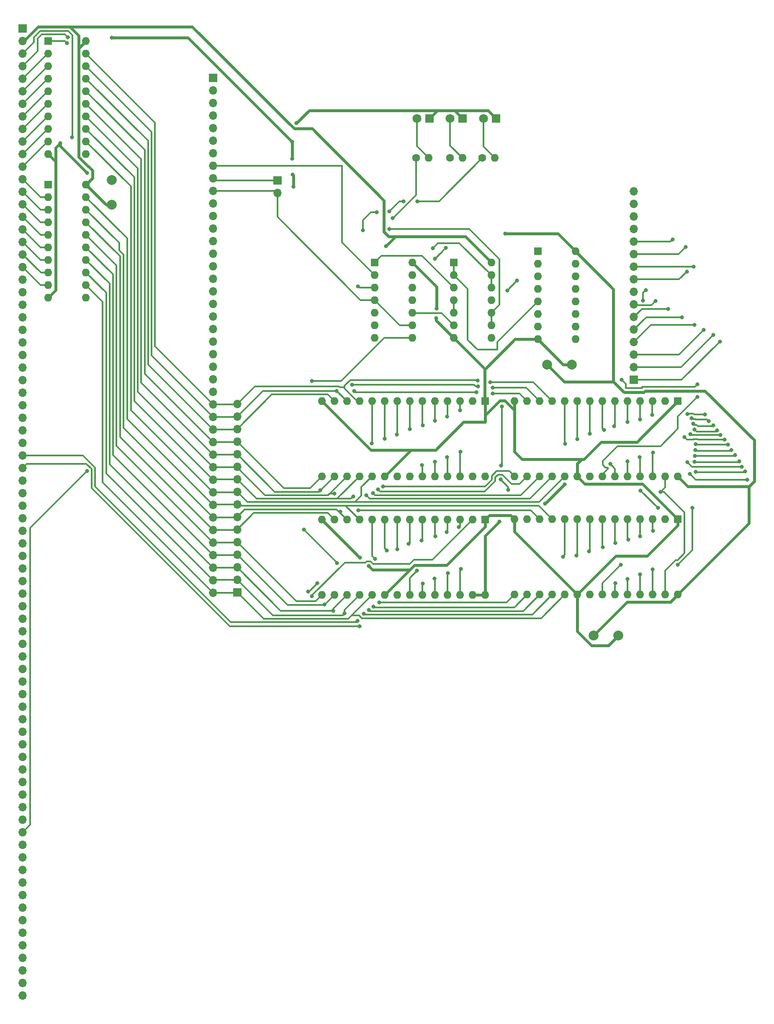
<source format=gbr>
%TF.GenerationSoftware,KiCad,Pcbnew,6.0.1-79c1e3a40b~116~ubuntu21.10.1*%
%TF.CreationDate,2022-02-14T17:27:14+01:00*%
%TF.ProjectId,memory,6d656d6f-7279-42e6-9b69-6361645f7063,v.1*%
%TF.SameCoordinates,Original*%
%TF.FileFunction,Copper,L1,Top*%
%TF.FilePolarity,Positive*%
%FSLAX46Y46*%
G04 Gerber Fmt 4.6, Leading zero omitted, Abs format (unit mm)*
G04 Created by KiCad (PCBNEW 6.0.1-79c1e3a40b~116~ubuntu21.10.1) date 2022-02-14 17:27:14*
%MOMM*%
%LPD*%
G01*
G04 APERTURE LIST*
%TA.AperFunction,ComponentPad*%
%ADD10R,1.600000X1.600000*%
%TD*%
%TA.AperFunction,ComponentPad*%
%ADD11O,1.600000X1.600000*%
%TD*%
%TA.AperFunction,ComponentPad*%
%ADD12C,1.600000*%
%TD*%
%TA.AperFunction,ComponentPad*%
%ADD13R,1.800000X1.800000*%
%TD*%
%TA.AperFunction,ComponentPad*%
%ADD14C,1.800000*%
%TD*%
%TA.AperFunction,ComponentPad*%
%ADD15R,1.700000X1.700000*%
%TD*%
%TA.AperFunction,ComponentPad*%
%ADD16O,1.700000X1.700000*%
%TD*%
%TA.AperFunction,ComponentPad*%
%ADD17C,2.000000*%
%TD*%
%TA.AperFunction,ViaPad*%
%ADD18C,0.800000*%
%TD*%
%TA.AperFunction,Conductor*%
%ADD19C,0.600000*%
%TD*%
%TA.AperFunction,Conductor*%
%ADD20C,0.300000*%
%TD*%
%TA.AperFunction,Conductor*%
%ADD21C,0.250000*%
%TD*%
G04 APERTURE END LIST*
D10*
%TO.P,U9,1,A14*%
%TO.N,GND*%
X118525000Y-95375000D03*
D11*
%TO.P,U9,2,A12*%
%TO.N,/Addr12*%
X115985000Y-95375000D03*
%TO.P,U9,3,A7*%
%TO.N,/Addr7*%
X113445000Y-95375000D03*
%TO.P,U9,4,A6*%
%TO.N,/Addr6*%
X110905000Y-95375000D03*
%TO.P,U9,5,A5*%
%TO.N,/Addr5*%
X108365000Y-95375000D03*
%TO.P,U9,6,A4*%
%TO.N,/Addr4*%
X105825000Y-95375000D03*
%TO.P,U9,7,A3*%
%TO.N,/Addr3*%
X103285000Y-95375000D03*
%TO.P,U9,8,A2*%
%TO.N,/Addr2*%
X100745000Y-95375000D03*
%TO.P,U9,9,A1*%
%TO.N,/Addr1*%
X98205000Y-95375000D03*
%TO.P,U9,10,A0*%
%TO.N,/Addr0*%
X95665000Y-95375000D03*
%TO.P,U9,11,D0*%
%TO.N,/Data0*%
X93125000Y-95375000D03*
%TO.P,U9,12,D1*%
%TO.N,/Data1*%
X90585000Y-95375000D03*
%TO.P,U9,13,D2*%
%TO.N,/Data2*%
X88045000Y-95375000D03*
%TO.P,U9,14,GND*%
%TO.N,GND*%
X85505000Y-95375000D03*
%TO.P,U9,15,D3*%
%TO.N,/Data3*%
X85505000Y-110615000D03*
%TO.P,U9,16,D4*%
%TO.N,/Data4*%
X88045000Y-110615000D03*
%TO.P,U9,17,D5*%
%TO.N,/Data5*%
X90585000Y-110615000D03*
%TO.P,U9,18,D6*%
%TO.N,/Data6*%
X93125000Y-110615000D03*
%TO.P,U9,19,D7*%
%TO.N,/Data7*%
X95665000Y-110615000D03*
%TO.P,U9,20,~{CS}*%
%TO.N,GND*%
X98205000Y-110615000D03*
%TO.P,U9,21,A10*%
%TO.N,/Addr10*%
X100745000Y-110615000D03*
%TO.P,U9,22,~{OE}*%
%TO.N,/RE_ROM*%
X103285000Y-110615000D03*
%TO.P,U9,23,A11*%
%TO.N,/Addr11*%
X105825000Y-110615000D03*
%TO.P,U9,24,A9*%
%TO.N,/Addr9*%
X108365000Y-110615000D03*
%TO.P,U9,25,A8*%
%TO.N,/Addr8*%
X110905000Y-110615000D03*
%TO.P,U9,26,A13*%
%TO.N,/Addr13*%
X113445000Y-110615000D03*
%TO.P,U9,27,~{WE}*%
%TO.N,+5V*%
X115985000Y-110615000D03*
%TO.P,U9,28,VCC*%
X118525000Y-110615000D03*
%TD*%
D10*
%TO.P,U10,1,A14*%
%TO.N,GND*%
X157525000Y-95375000D03*
D11*
%TO.P,U10,2,A12*%
%TO.N,/Addr12*%
X154985000Y-95375000D03*
%TO.P,U10,3,A7*%
%TO.N,/Addr7*%
X152445000Y-95375000D03*
%TO.P,U10,4,A6*%
%TO.N,/Addr6*%
X149905000Y-95375000D03*
%TO.P,U10,5,A5*%
%TO.N,/Addr5*%
X147365000Y-95375000D03*
%TO.P,U10,6,A4*%
%TO.N,/Addr4*%
X144825000Y-95375000D03*
%TO.P,U10,7,A3*%
%TO.N,/Addr3*%
X142285000Y-95375000D03*
%TO.P,U10,8,A2*%
%TO.N,/Addr2*%
X139745000Y-95375000D03*
%TO.P,U10,9,A1*%
%TO.N,/Addr1*%
X137205000Y-95375000D03*
%TO.P,U10,10,A0*%
%TO.N,/Addr0*%
X134665000Y-95375000D03*
%TO.P,U10,11,DQ0*%
%TO.N,/Data0*%
X132125000Y-95375000D03*
%TO.P,U10,12,DQ1*%
%TO.N,/Data1*%
X129585000Y-95375000D03*
%TO.P,U10,13,DQ2*%
%TO.N,/Data2*%
X127045000Y-95375000D03*
%TO.P,U10,14,Vss*%
%TO.N,GND*%
X124505000Y-95375000D03*
%TO.P,U10,15,DQ3*%
%TO.N,/Data3*%
X124505000Y-110615000D03*
%TO.P,U10,16,DQ4*%
%TO.N,/Data4*%
X127045000Y-110615000D03*
%TO.P,U10,17,DQ5*%
%TO.N,/Data5*%
X129585000Y-110615000D03*
%TO.P,U10,18,DQ6*%
%TO.N,/Data6*%
X132125000Y-110615000D03*
%TO.P,U10,19,DQ7*%
%TO.N,/Data7*%
X134665000Y-110615000D03*
%TO.P,U10,20,~{CE}*%
%TO.N,GND*%
X137205000Y-110615000D03*
%TO.P,U10,21,A10*%
%TO.N,/Addr10*%
X139745000Y-110615000D03*
%TO.P,U10,22,~{OE}*%
%TO.N,/RE_RAM*%
X142285000Y-110615000D03*
%TO.P,U10,23,A11*%
%TO.N,/Addr11*%
X144825000Y-110615000D03*
%TO.P,U10,24,A9*%
%TO.N,/Addr9*%
X147365000Y-110615000D03*
%TO.P,U10,25,A8*%
%TO.N,/Addr8*%
X149905000Y-110615000D03*
%TO.P,U10,26,A13*%
%TO.N,/Addr13*%
X152445000Y-110615000D03*
%TO.P,U10,27,~{WE}*%
%TO.N,/WE_RAM*%
X154985000Y-110615000D03*
%TO.P,U10,28,Vcc*%
%TO.N,+5V*%
X157525000Y-110615000D03*
%TD*%
D12*
%TO.P,R2,1*%
%TO.N,/RE_ROM*%
X111400000Y-46200000D03*
D11*
%TO.P,R2,2*%
%TO.N,Net-(D2-Pad2)*%
X113940000Y-46200000D03*
%TD*%
D10*
%TO.P,U3,1,E*%
%TO.N,Net-(U1-Pad11)*%
X129200000Y-65100000D03*
D11*
%TO.P,U3,2,A0*%
%TO.N,/Addr1*%
X129200000Y-67640000D03*
%TO.P,U3,3,A1*%
%TO.N,/Addr0*%
X129200000Y-70180000D03*
%TO.P,U3,4,O0*%
%TO.N,Net-(U1-Pad4)*%
X129200000Y-72720000D03*
%TO.P,U3,5,O1*%
%TO.N,Net-(U1-Pad1)*%
X129200000Y-75260000D03*
%TO.P,U3,6,O2*%
%TO.N,unconnected-(U3-Pad6)*%
X129200000Y-77800000D03*
%TO.P,U3,7,O3*%
%TO.N,unconnected-(U3-Pad7)*%
X129200000Y-80340000D03*
%TO.P,U3,8,GND*%
%TO.N,GND*%
X129200000Y-82880000D03*
%TO.P,U3,9*%
%TO.N,N/C*%
X136820000Y-82880000D03*
%TO.P,U3,10*%
X136820000Y-80340000D03*
%TO.P,U3,11*%
X136820000Y-77800000D03*
%TO.P,U3,12*%
X136820000Y-75260000D03*
%TO.P,U3,13*%
X136820000Y-72720000D03*
%TO.P,U3,14*%
X136820000Y-70180000D03*
%TO.P,U3,15*%
X136820000Y-67640000D03*
%TO.P,U3,16,VCC*%
%TO.N,+5V*%
X136820000Y-65100000D03*
%TD*%
D13*
%TO.P,D1,1,K*%
%TO.N,GND*%
X107275000Y-38200000D03*
D14*
%TO.P,D1,2,A*%
%TO.N,Net-(D1-Pad2)*%
X104735000Y-38200000D03*
%TD*%
D12*
%TO.P,R1,1*%
%TO.N,Net-(U2-Pad11)*%
X104600000Y-46200000D03*
D11*
%TO.P,R1,2*%
%TO.N,Net-(D1-Pad2)*%
X107140000Y-46200000D03*
%TD*%
D13*
%TO.P,D3,1,K*%
%TO.N,GND*%
X120750000Y-38200000D03*
D14*
%TO.P,D3,2,A*%
%TO.N,Net-(D3-Pad2)*%
X118210000Y-38200000D03*
%TD*%
D15*
%TO.P,J4,1,Pin_1*%
%TO.N,/Data15*%
X68400000Y-134050000D03*
D16*
%TO.P,J4,2,Pin_2*%
%TO.N,/Data14*%
X68400000Y-131510000D03*
%TO.P,J4,3,Pin_3*%
%TO.N,/Data13*%
X68400000Y-128970000D03*
%TO.P,J4,4,Pin_4*%
%TO.N,/Data12*%
X68400000Y-126430000D03*
%TO.P,J4,5,Pin_5*%
%TO.N,/Data11*%
X68400000Y-123890000D03*
%TO.P,J4,6,Pin_6*%
%TO.N,/Data10*%
X68400000Y-121350000D03*
%TO.P,J4,7,Pin_7*%
%TO.N,/Data9*%
X68400000Y-118810000D03*
%TO.P,J4,8,Pin_8*%
%TO.N,/Data8*%
X68400000Y-116270000D03*
%TO.P,J4,9,Pin_9*%
%TO.N,/Data7*%
X68400000Y-113730000D03*
%TO.P,J4,10,Pin_10*%
%TO.N,/Data6*%
X68400000Y-111190000D03*
%TO.P,J4,11,Pin_11*%
%TO.N,/Data5*%
X68400000Y-108650000D03*
%TO.P,J4,12,Pin_12*%
%TO.N,/Data4*%
X68400000Y-106110000D03*
%TO.P,J4,13,Pin_13*%
%TO.N,/Data3*%
X68400000Y-103570000D03*
%TO.P,J4,14,Pin_14*%
%TO.N,/Data2*%
X68400000Y-101030000D03*
%TO.P,J4,15,Pin_15*%
%TO.N,/Data1*%
X68400000Y-98490000D03*
%TO.P,J4,16,Pin_16*%
%TO.N,/Data0*%
X68400000Y-95950000D03*
%TD*%
D12*
%TO.P,R3,1*%
%TO.N,/RE_RAM*%
X118000000Y-46200000D03*
D11*
%TO.P,R3,2*%
%TO.N,Net-(D3-Pad2)*%
X120540000Y-46200000D03*
%TD*%
D13*
%TO.P,D2,1,K*%
%TO.N,GND*%
X114000000Y-38200000D03*
D14*
%TO.P,D2,2,A*%
%TO.N,Net-(D2-Pad2)*%
X111460000Y-38200000D03*
%TD*%
D17*
%TO.P,C1,1*%
%TO.N,+5V*%
X43000000Y-55700000D03*
%TO.P,C1,2*%
%TO.N,GND*%
X43000000Y-50700000D03*
%TD*%
D15*
%TO.P,J3,1,Pin_1*%
%TO.N,/Addr0*%
X148620000Y-91090000D03*
D16*
%TO.P,J3,2,Pin_2*%
%TO.N,/Addr1*%
X148620000Y-88550000D03*
%TO.P,J3,3,Pin_3*%
%TO.N,/Addr2*%
X148620000Y-86010000D03*
%TO.P,J3,4,Pin_4*%
%TO.N,/Addr3*%
X148620000Y-83470000D03*
%TO.P,J3,5,Pin_5*%
%TO.N,/Addr4*%
X148620000Y-80930000D03*
%TO.P,J3,6,Pin_6*%
%TO.N,/Addr5*%
X148620000Y-78390000D03*
%TO.P,J3,7,Pin_7*%
%TO.N,/Addr6*%
X148620000Y-75850000D03*
%TO.P,J3,8,Pin_8*%
%TO.N,/Addr7*%
X148620000Y-73310000D03*
%TO.P,J3,9,Pin_9*%
%TO.N,/Addr8*%
X148620000Y-70770000D03*
%TO.P,J3,10,Pin_10*%
%TO.N,/Addr9*%
X148620000Y-68230000D03*
%TO.P,J3,11,Pin_11*%
%TO.N,/Addr10*%
X148620000Y-65690000D03*
%TO.P,J3,12,Pin_12*%
%TO.N,/Addr11*%
X148620000Y-63150000D03*
%TO.P,J3,13,Pin_13*%
%TO.N,/Addr12*%
X148620000Y-60610000D03*
%TO.P,J3,14,Pin_14*%
%TO.N,/Addr13*%
X148620000Y-58070000D03*
%TO.P,J3,15,Pin_15*%
%TO.N,/Addr14*%
X148620000Y-55530000D03*
%TO.P,J3,16,Pin_16*%
%TO.N,/Addr15*%
X148620000Y-52990000D03*
%TD*%
D10*
%TO.P,U2,1*%
%TO.N,Net-(U1-Pad3)*%
X96200000Y-67375000D03*
D11*
%TO.P,U2,2*%
%TO.N,/WE_F*%
X96200000Y-69915000D03*
%TO.P,U2,3*%
%TO.N,/WE_RAM*%
X96200000Y-72455000D03*
%TO.P,U2,4*%
%TO.N,/RE*%
X96200000Y-74995000D03*
%TO.P,U2,5*%
%TO.N,Net-(U1-Pad3)*%
X96200000Y-77535000D03*
%TO.P,U2,6*%
%TO.N,/RE_RAM*%
X96200000Y-80075000D03*
%TO.P,U2,7,GND*%
%TO.N,+5V*%
X96200000Y-82615000D03*
%TO.P,U2,8*%
%TO.N,/RE_ROM*%
X103820000Y-82615000D03*
%TO.P,U2,9*%
%TO.N,/RE*%
X103820000Y-80075000D03*
%TO.P,U2,10*%
%TO.N,Net-(U1-Pad6)*%
X103820000Y-77535000D03*
%TO.P,U2,11*%
%TO.N,Net-(U2-Pad11)*%
X103820000Y-74995000D03*
%TO.P,U2,12*%
%TO.N,Net-(U1-Pad3)*%
X103820000Y-72455000D03*
%TO.P,U2,13*%
%TO.N,/WE*%
X103820000Y-69915000D03*
%TO.P,U2,14,VCC*%
%TO.N,GND*%
X103820000Y-67375000D03*
%TD*%
D10*
%TO.P,U12,1,A14*%
%TO.N,GND*%
X157525000Y-119275000D03*
D11*
%TO.P,U12,2,A12*%
%TO.N,/Addr12*%
X154985000Y-119275000D03*
%TO.P,U12,3,A7*%
%TO.N,/Addr7*%
X152445000Y-119275000D03*
%TO.P,U12,4,A6*%
%TO.N,/Addr6*%
X149905000Y-119275000D03*
%TO.P,U12,5,A5*%
%TO.N,/Addr5*%
X147365000Y-119275000D03*
%TO.P,U12,6,A4*%
%TO.N,/Addr4*%
X144825000Y-119275000D03*
%TO.P,U12,7,A3*%
%TO.N,/Addr3*%
X142285000Y-119275000D03*
%TO.P,U12,8,A2*%
%TO.N,/Addr2*%
X139745000Y-119275000D03*
%TO.P,U12,9,A1*%
%TO.N,/Addr1*%
X137205000Y-119275000D03*
%TO.P,U12,10,A0*%
%TO.N,/Addr0*%
X134665000Y-119275000D03*
%TO.P,U12,11,DQ0*%
%TO.N,/Data8*%
X132125000Y-119275000D03*
%TO.P,U12,12,DQ1*%
%TO.N,/Data9*%
X129585000Y-119275000D03*
%TO.P,U12,13,DQ2*%
%TO.N,/Data10*%
X127045000Y-119275000D03*
%TO.P,U12,14,Vss*%
%TO.N,GND*%
X124505000Y-119275000D03*
%TO.P,U12,15,DQ3*%
%TO.N,/Data11*%
X124505000Y-134515000D03*
%TO.P,U12,16,DQ4*%
%TO.N,/Data12*%
X127045000Y-134515000D03*
%TO.P,U12,17,DQ5*%
%TO.N,/Data13*%
X129585000Y-134515000D03*
%TO.P,U12,18,DQ6*%
%TO.N,/Data14*%
X132125000Y-134515000D03*
%TO.P,U12,19,DQ7*%
%TO.N,/Data15*%
X134665000Y-134515000D03*
%TO.P,U12,20,~{CE}*%
%TO.N,GND*%
X137205000Y-134515000D03*
%TO.P,U12,21,A10*%
%TO.N,/Addr10*%
X139745000Y-134515000D03*
%TO.P,U12,22,~{OE}*%
%TO.N,/RE_RAM*%
X142285000Y-134515000D03*
%TO.P,U12,23,A11*%
%TO.N,/Addr11*%
X144825000Y-134515000D03*
%TO.P,U12,24,A9*%
%TO.N,/Addr9*%
X147365000Y-134515000D03*
%TO.P,U12,25,A8*%
%TO.N,/Addr8*%
X149905000Y-134515000D03*
%TO.P,U12,26,A13*%
%TO.N,/Addr13*%
X152445000Y-134515000D03*
%TO.P,U12,27,~{WE}*%
%TO.N,/WE_RAM*%
X154985000Y-134515000D03*
%TO.P,U12,28,Vcc*%
%TO.N,+5V*%
X157525000Y-134515000D03*
%TD*%
D15*
%TO.P,J2,1,Pin_1*%
%TO.N,/WE*%
X76530000Y-50770000D03*
D16*
%TO.P,J2,2,Pin_2*%
%TO.N,/RE*%
X76530000Y-53310000D03*
%TD*%
D17*
%TO.P,C2,1*%
%TO.N,+5V*%
X140500000Y-142800000D03*
%TO.P,C2,2*%
%TO.N,GND*%
X145500000Y-142800000D03*
%TD*%
%TO.P,C3,1*%
%TO.N,+5V*%
X131100000Y-88000000D03*
%TO.P,C3,2*%
%TO.N,GND*%
X136100000Y-88000000D03*
%TD*%
D15*
%TO.P,J1,1,GND*%
%TO.N,GND*%
X25000000Y-20000000D03*
D16*
%TO.P,J1,2,Vcc*%
%TO.N,+5V*%
X25000000Y-22540000D03*
%TO.P,J1,3,CLK_R*%
%TO.N,/CLK_R*%
X25000000Y-25080000D03*
%TO.P,J1,4,CLK_F*%
%TO.N,unconnected-(J1-Pad4)*%
X25000000Y-27620000D03*
%TO.P,J1,5,BUS1:0*%
%TO.N,/Bus_D0*%
X25000000Y-30160000D03*
%TO.P,J1,6,BUS1:1*%
%TO.N,/Bus_D1*%
X25000000Y-32700000D03*
%TO.P,J1,7,BUS1:2*%
%TO.N,/Bus_D2*%
X25000000Y-35240000D03*
%TO.P,J1,8,BUS1:3*%
%TO.N,/Bus_D3*%
X25000000Y-37780000D03*
%TO.P,J1,9,BUS1:4*%
%TO.N,/Bus_D4*%
X25000000Y-40320000D03*
%TO.P,J1,10,BUS1:5*%
%TO.N,/Bus_D5*%
X25000000Y-42860000D03*
%TO.P,J1,11,BUS1:6*%
%TO.N,/Bus_D6*%
X25000000Y-45400000D03*
%TO.P,J1,12,BUS1:7*%
%TO.N,/Bus_D7*%
X25000000Y-47940000D03*
%TO.P,J1,13,BUS1:8*%
%TO.N,/Bus_D8*%
X25000000Y-50480000D03*
%TO.P,J1,14,BUS1:9*%
%TO.N,/Bus_D9*%
X25000000Y-53020000D03*
%TO.P,J1,15,BUS1:A*%
%TO.N,/Bus_D10*%
X25000000Y-55560000D03*
%TO.P,J1,16,BUS1:B*%
%TO.N,/Bus_D11*%
X25000000Y-58100000D03*
%TO.P,J1,17,BUS1:C*%
%TO.N,/Bus_D12*%
X25000000Y-60640000D03*
%TO.P,J1,18,BUS1:D*%
%TO.N,/Bus_D13*%
X25000000Y-63180000D03*
%TO.P,J1,19,BUS1:E*%
%TO.N,/Bus_D14*%
X25000000Y-65720000D03*
%TO.P,J1,20,BUS1:F*%
%TO.N,/Bus_D15*%
X25000000Y-68260000D03*
%TO.P,J1,21,BUS2:0*%
%TO.N,/Addr0*%
X25000000Y-70800000D03*
%TO.P,J1,22,BUS2:1*%
%TO.N,/Addr1*%
X25000000Y-73340000D03*
%TO.P,J1,23,BUS2:2*%
%TO.N,/Addr2*%
X25000000Y-75880000D03*
%TO.P,J1,24,BUS2:3*%
%TO.N,/Addr3*%
X25000000Y-78420000D03*
%TO.P,J1,25,BUS2:4*%
%TO.N,/Addr4*%
X25000000Y-80960000D03*
%TO.P,J1,26,BUS2:5*%
%TO.N,/Addr5*%
X25000000Y-83500000D03*
%TO.P,J1,27,BUS2:6*%
%TO.N,/Addr6*%
X25000000Y-86040000D03*
%TO.P,J1,28,BUS2:7*%
%TO.N,/Addr7*%
X25000000Y-88580000D03*
%TO.P,J1,29,BUS2:8*%
%TO.N,/Addr8*%
X25000000Y-91120000D03*
%TO.P,J1,30,BUS2:9*%
%TO.N,/Addr9*%
X25000000Y-93660000D03*
%TO.P,J1,31,BUS2:A*%
%TO.N,/Addr10*%
X25000000Y-96200000D03*
%TO.P,J1,32,BUS2:B*%
%TO.N,/Addr11*%
X25000000Y-98740000D03*
%TO.P,J1,33,BUS2:C*%
%TO.N,/Addr12*%
X25000000Y-101280000D03*
%TO.P,J1,34,BUS2:D*%
%TO.N,/Addr13*%
X25000000Y-103820000D03*
%TO.P,J1,35,BUS2:E*%
%TO.N,/Addr14*%
X25000000Y-106360000D03*
%TO.P,J1,36,BUS2:F*%
%TO.N,/Addr15*%
X25000000Y-108900000D03*
%TO.P,J1,37*%
%TO.N,N/C*%
X25000000Y-111440000D03*
%TO.P,J1,38*%
X25000000Y-113980000D03*
%TO.P,J1,39*%
X25000000Y-116520000D03*
%TO.P,J1,40*%
X25000000Y-119060000D03*
%TO.P,J1,41*%
X25000000Y-121600000D03*
%TO.P,J1,42*%
X25000000Y-124140000D03*
%TO.P,J1,43*%
X25000000Y-126680000D03*
%TO.P,J1,44*%
X25000000Y-129220000D03*
%TO.P,J1,45*%
X25000000Y-131760000D03*
%TO.P,J1,46*%
X25000000Y-134300000D03*
%TO.P,J1,47*%
X25000000Y-136840000D03*
%TO.P,J1,48*%
X25000000Y-139380000D03*
%TO.P,J1,49*%
X25000000Y-141920000D03*
%TO.P,J1,50*%
X25000000Y-144460000D03*
%TO.P,J1,51*%
X25000000Y-147000000D03*
%TO.P,J1,52*%
X25000000Y-149540000D03*
%TO.P,J1,53*%
X25000000Y-152080000D03*
%TO.P,J1,54*%
X25000000Y-154620000D03*
%TO.P,J1,55*%
X25000000Y-157160000D03*
%TO.P,J1,56*%
X25000000Y-159700000D03*
%TO.P,J1,57*%
X25000000Y-162240000D03*
%TO.P,J1,58*%
X25000000Y-164780000D03*
%TO.P,J1,59*%
X25000000Y-167320000D03*
%TO.P,J1,60*%
X25000000Y-169860000D03*
%TO.P,J1,61*%
X25000000Y-172400000D03*
%TO.P,J1,62*%
X25000000Y-174940000D03*
%TO.P,J1,63*%
X25000000Y-177480000D03*
%TO.P,J1,64*%
X25000000Y-180020000D03*
%TO.P,J1,65,Sup*%
%TO.N,/SUP*%
X25000000Y-182560000D03*
%TO.P,J1,66,Set_Sup*%
%TO.N,unconnected-(J1-Pad66)*%
X25000000Y-185100000D03*
%TO.P,J1,67,Reset_Sup*%
%TO.N,unconnected-(J1-Pad67)*%
X25000000Y-187640000D03*
%TO.P,J1,68*%
%TO.N,N/C*%
X25000000Y-190180000D03*
%TO.P,J1,69*%
X25000000Y-192720000D03*
%TO.P,J1,70*%
X25000000Y-195260000D03*
%TO.P,J1,71*%
X25000000Y-197800000D03*
%TO.P,J1,72*%
X25000000Y-200340000D03*
%TO.P,J1,73*%
X25000000Y-202880000D03*
%TO.P,J1,74*%
X25000000Y-205420000D03*
%TO.P,J1,75*%
X25000000Y-207960000D03*
%TO.P,J1,76*%
X25000000Y-210500000D03*
%TO.P,J1,77*%
X25000000Y-213040000D03*
%TO.P,J1,78*%
X25000000Y-215580000D03*
%TD*%
D10*
%TO.P,U1,1*%
%TO.N,Net-(U1-Pad1)*%
X112200000Y-67375000D03*
D11*
%TO.P,U1,2*%
X112200000Y-69915000D03*
%TO.P,U1,3*%
%TO.N,Net-(U1-Pad3)*%
X112200000Y-72455000D03*
%TO.P,U1,4*%
%TO.N,Net-(U1-Pad4)*%
X112200000Y-74995000D03*
%TO.P,U1,5*%
X112200000Y-77535000D03*
%TO.P,U1,6*%
%TO.N,Net-(U1-Pad6)*%
X112200000Y-80075000D03*
%TO.P,U1,7,GND*%
%TO.N,GND*%
X112200000Y-82615000D03*
%TO.P,U1,8*%
%TO.N,/~{WE}*%
X119820000Y-82615000D03*
%TO.P,U1,9*%
%TO.N,/WE*%
X119820000Y-80075000D03*
%TO.P,U1,10*%
X119820000Y-77535000D03*
%TO.P,U1,11*%
%TO.N,Net-(U1-Pad11)*%
X119820000Y-74995000D03*
%TO.P,U1,12*%
%TO.N,/SUP*%
X119820000Y-72455000D03*
%TO.P,U1,13*%
X119820000Y-69915000D03*
%TO.P,U1,14,VCC*%
%TO.N,+5V*%
X119820000Y-67375000D03*
%TD*%
D10*
%TO.P,U11,1,A14*%
%TO.N,GND*%
X118525000Y-119375000D03*
D11*
%TO.P,U11,2,A12*%
%TO.N,/Addr12*%
X115985000Y-119375000D03*
%TO.P,U11,3,A7*%
%TO.N,/Addr7*%
X113445000Y-119375000D03*
%TO.P,U11,4,A6*%
%TO.N,/Addr6*%
X110905000Y-119375000D03*
%TO.P,U11,5,A5*%
%TO.N,/Addr5*%
X108365000Y-119375000D03*
%TO.P,U11,6,A4*%
%TO.N,/Addr4*%
X105825000Y-119375000D03*
%TO.P,U11,7,A3*%
%TO.N,/Addr3*%
X103285000Y-119375000D03*
%TO.P,U11,8,A2*%
%TO.N,/Addr2*%
X100745000Y-119375000D03*
%TO.P,U11,9,A1*%
%TO.N,/Addr1*%
X98205000Y-119375000D03*
%TO.P,U11,10,A0*%
%TO.N,/Addr0*%
X95665000Y-119375000D03*
%TO.P,U11,11,D0*%
%TO.N,/Data8*%
X93125000Y-119375000D03*
%TO.P,U11,12,D1*%
%TO.N,/Data9*%
X90585000Y-119375000D03*
%TO.P,U11,13,D2*%
%TO.N,/Data10*%
X88045000Y-119375000D03*
%TO.P,U11,14,GND*%
%TO.N,GND*%
X85505000Y-119375000D03*
%TO.P,U11,15,D3*%
%TO.N,/Data11*%
X85505000Y-134615000D03*
%TO.P,U11,16,D4*%
%TO.N,/Data12*%
X88045000Y-134615000D03*
%TO.P,U11,17,D5*%
%TO.N,/Data13*%
X90585000Y-134615000D03*
%TO.P,U11,18,D6*%
%TO.N,/Data14*%
X93125000Y-134615000D03*
%TO.P,U11,19,D7*%
%TO.N,/Data15*%
X95665000Y-134615000D03*
%TO.P,U11,20,~{CS}*%
%TO.N,GND*%
X98205000Y-134615000D03*
%TO.P,U11,21,A10*%
%TO.N,/Addr10*%
X100745000Y-134615000D03*
%TO.P,U11,22,~{OE}*%
%TO.N,/RE_ROM*%
X103285000Y-134615000D03*
%TO.P,U11,23,A11*%
%TO.N,/Addr11*%
X105825000Y-134615000D03*
%TO.P,U11,24,A9*%
%TO.N,/Addr9*%
X108365000Y-134615000D03*
%TO.P,U11,25,A8*%
%TO.N,/Addr8*%
X110905000Y-134615000D03*
%TO.P,U11,26,A13*%
%TO.N,/Addr13*%
X113445000Y-134615000D03*
%TO.P,U11,27,~{WE}*%
%TO.N,+5V*%
X115985000Y-134615000D03*
%TO.P,U11,28,VCC*%
X118525000Y-134615000D03*
%TD*%
D10*
%TO.P,U5,1,~{OE}*%
%TO.N,/~{WE}*%
X30200000Y-22560000D03*
D11*
%TO.P,U5,2,1D*%
%TO.N,/Bus_D0*%
X30200000Y-25100000D03*
%TO.P,U5,3,2D*%
%TO.N,/Bus_D1*%
X30200000Y-27640000D03*
%TO.P,U5,4,3D*%
%TO.N,/Bus_D2*%
X30200000Y-30180000D03*
%TO.P,U5,5,4D*%
%TO.N,/Bus_D3*%
X30200000Y-32720000D03*
%TO.P,U5,6,5D*%
%TO.N,/Bus_D4*%
X30200000Y-35260000D03*
%TO.P,U5,7,6D*%
%TO.N,/Bus_D5*%
X30200000Y-37800000D03*
%TO.P,U5,8,7D*%
%TO.N,/Bus_D6*%
X30200000Y-40340000D03*
%TO.P,U5,9,8D*%
%TO.N,/Bus_D7*%
X30200000Y-42880000D03*
%TO.P,U5,10,GND*%
%TO.N,GND*%
X30200000Y-45420000D03*
%TO.P,U5,11,LE*%
%TO.N,/CLK_R*%
X37820000Y-45420000D03*
%TO.P,U5,12,8Q*%
%TO.N,/Data7*%
X37820000Y-42880000D03*
%TO.P,U5,13,7Q*%
%TO.N,/Data6*%
X37820000Y-40340000D03*
%TO.P,U5,14,6Q*%
%TO.N,/Data5*%
X37820000Y-37800000D03*
%TO.P,U5,15,5Q*%
%TO.N,/Data4*%
X37820000Y-35260000D03*
%TO.P,U5,16,4Q*%
%TO.N,/Data3*%
X37820000Y-32720000D03*
%TO.P,U5,17,3Q*%
%TO.N,/Data2*%
X37820000Y-30180000D03*
%TO.P,U5,18,2Q*%
%TO.N,/Data1*%
X37820000Y-27640000D03*
%TO.P,U5,19,1Q*%
%TO.N,/Data0*%
X37820000Y-25100000D03*
%TO.P,U5,20,VCC*%
%TO.N,+5V*%
X37820000Y-22560000D03*
%TD*%
D10*
%TO.P,U6,1,~{OE}*%
%TO.N,/~{WE}*%
X30200000Y-51575000D03*
D11*
%TO.P,U6,2,1D*%
%TO.N,/Bus_D8*%
X30200000Y-54115000D03*
%TO.P,U6,3,2D*%
%TO.N,/Bus_D9*%
X30200000Y-56655000D03*
%TO.P,U6,4,3D*%
%TO.N,/Bus_D10*%
X30200000Y-59195000D03*
%TO.P,U6,5,4D*%
%TO.N,/Bus_D11*%
X30200000Y-61735000D03*
%TO.P,U6,6,5D*%
%TO.N,/Bus_D12*%
X30200000Y-64275000D03*
%TO.P,U6,7,6D*%
%TO.N,/Bus_D13*%
X30200000Y-66815000D03*
%TO.P,U6,8,7D*%
%TO.N,/Bus_D14*%
X30200000Y-69355000D03*
%TO.P,U6,9,8D*%
%TO.N,/Bus_D15*%
X30200000Y-71895000D03*
%TO.P,U6,10,GND*%
%TO.N,GND*%
X30200000Y-74435000D03*
%TO.P,U6,11,LE*%
%TO.N,/CLK_R*%
X37820000Y-74435000D03*
%TO.P,U6,12,8Q*%
%TO.N,/Data15*%
X37820000Y-71895000D03*
%TO.P,U6,13,7Q*%
%TO.N,/Data14*%
X37820000Y-69355000D03*
%TO.P,U6,14,6Q*%
%TO.N,/Data13*%
X37820000Y-66815000D03*
%TO.P,U6,15,5Q*%
%TO.N,/Data12*%
X37820000Y-64275000D03*
%TO.P,U6,16,4Q*%
%TO.N,/Data11*%
X37820000Y-61735000D03*
%TO.P,U6,17,3Q*%
%TO.N,/Data10*%
X37820000Y-59195000D03*
%TO.P,U6,18,2Q*%
%TO.N,/Data9*%
X37820000Y-56655000D03*
%TO.P,U6,19,1Q*%
%TO.N,/Data8*%
X37820000Y-54115000D03*
%TO.P,U6,20,VCC*%
%TO.N,+5V*%
X37820000Y-51575000D03*
%TD*%
D15*
%TO.P,U4,1*%
%TO.N,N/C*%
X63500000Y-30000000D03*
D16*
%TO.P,U4,2*%
X63500000Y-32540000D03*
%TO.P,U4,3*%
X63500000Y-35080000D03*
%TO.P,U4,4*%
X63500000Y-37620000D03*
%TO.P,U4,5*%
X63500000Y-40160000D03*
%TO.P,U4,6*%
X63500000Y-42700000D03*
%TO.P,U4,7,WE_R*%
%TO.N,unconnected-(U4-Pad7)*%
X63500000Y-45240000D03*
%TO.P,U4,8,WE_F*%
%TO.N,/WE_F*%
X63500000Y-47780000D03*
%TO.P,U4,9,WE*%
%TO.N,/WE*%
X63500000Y-50320000D03*
%TO.P,U4,10,RE*%
%TO.N,/RE*%
X63500000Y-52860000D03*
%TO.P,U4,11*%
%TO.N,N/C*%
X63500000Y-55400000D03*
%TO.P,U4,12*%
X63500000Y-57940000D03*
%TO.P,U4,13*%
X63500000Y-60480000D03*
%TO.P,U4,14*%
X63500000Y-63020000D03*
%TO.P,U4,15*%
X63500000Y-65560000D03*
%TO.P,U4,16*%
X63500000Y-68100000D03*
%TO.P,U4,17*%
X63500000Y-70640000D03*
%TO.P,U4,18*%
X63500000Y-73180000D03*
%TO.P,U4,19*%
X63500000Y-75720000D03*
%TO.P,U4,20*%
X63500000Y-78260000D03*
%TO.P,U4,21*%
X63500000Y-80800000D03*
%TO.P,U4,22*%
X63500000Y-83340000D03*
%TO.P,U4,23*%
X63500000Y-85880000D03*
%TO.P,U4,24*%
X63500000Y-88420000D03*
%TO.P,U4,25*%
X63500000Y-90960000D03*
%TO.P,U4,26*%
X63500000Y-93500000D03*
%TO.P,U4,27,to_Bus0*%
%TO.N,/Data0*%
X63500000Y-96040000D03*
%TO.P,U4,28,to_Bus1*%
%TO.N,/Data1*%
X63500000Y-98580000D03*
%TO.P,U4,29,to_Bus2*%
%TO.N,/Data2*%
X63500000Y-101120000D03*
%TO.P,U4,30,to_Bus3*%
%TO.N,/Data3*%
X63500000Y-103660000D03*
%TO.P,U4,31,to_Bus4*%
%TO.N,/Data4*%
X63500000Y-106200000D03*
%TO.P,U4,32,to_Bus5*%
%TO.N,/Data5*%
X63500000Y-108740000D03*
%TO.P,U4,33,to_Bus6*%
%TO.N,/Data6*%
X63500000Y-111280000D03*
%TO.P,U4,34,to_Bus7*%
%TO.N,/Data7*%
X63500000Y-113820000D03*
%TO.P,U4,35,to_Bus8*%
%TO.N,/Data8*%
X63500000Y-116360000D03*
%TO.P,U4,36,to_Bus9*%
%TO.N,/Data9*%
X63500000Y-118900000D03*
%TO.P,U4,37,to_Bus10*%
%TO.N,/Data10*%
X63500000Y-121440000D03*
%TO.P,U4,38,to_Bus11*%
%TO.N,/Data11*%
X63500000Y-123980000D03*
%TO.P,U4,39,to_Bus12*%
%TO.N,/Data12*%
X63500000Y-126520000D03*
%TO.P,U4,40,to_Bus13*%
%TO.N,/Data13*%
X63500000Y-129060000D03*
%TO.P,U4,41,to_Bus14*%
%TO.N,/Data14*%
X63500000Y-131600000D03*
%TO.P,U4,42,to_Bus15*%
%TO.N,/Data15*%
X63500000Y-134140000D03*
%TD*%
D18*
%TO.N,GND*%
X79530000Y-46350000D03*
X38000000Y-49200000D03*
X43050000Y-21870000D03*
X79530000Y-42930978D03*
X79630000Y-49580000D03*
X94991101Y-128730500D03*
X79770000Y-52010000D03*
X108680000Y-78590000D03*
X108710000Y-76630000D03*
X32650000Y-43220000D03*
X93270000Y-127060000D03*
X80400000Y-39200000D03*
%TO.N,+5V*%
X134611175Y-112213597D03*
X122600000Y-61550000D03*
X98490000Y-64090000D03*
X121410000Y-119770000D03*
X130650000Y-116160000D03*
%TO.N,/CLK_R*%
X35000000Y-42000000D03*
%TO.N,unconnected-(J1-Pad4)*%
X34147096Y-21809551D03*
%TO.N,/Addr0*%
X96266547Y-127320351D03*
X168340500Y-105265318D03*
X95597464Y-103912536D03*
X134760000Y-104020000D03*
X161048967Y-105261314D03*
X134280000Y-126840000D03*
X166070000Y-83320000D03*
%TO.N,/Addr1*%
X137190000Y-103070500D03*
X137036166Y-126600500D03*
X164719952Y-81963565D03*
X98681148Y-125601648D03*
X161123694Y-104064141D03*
X167640989Y-104218332D03*
X98230000Y-102970500D03*
%TO.N,/Addr2*%
X100769307Y-125349500D03*
X139511860Y-125770500D03*
X158890000Y-102680500D03*
X162754542Y-80985458D03*
X100710000Y-102160500D03*
X166941478Y-103159032D03*
X139679916Y-102020500D03*
%TO.N,/Addr3*%
X103085636Y-124259500D03*
X142380000Y-124920500D03*
X160910000Y-79990000D03*
X103340000Y-101070000D03*
X166140500Y-102239216D03*
X142560578Y-101250500D03*
X160020000Y-102100000D03*
%TO.N,/Addr4*%
X165431035Y-101272021D03*
X144898972Y-124110500D03*
X160890000Y-101160000D03*
X105682290Y-123558752D03*
X158350000Y-78410000D03*
X105920000Y-100250000D03*
X144669848Y-100450500D03*
%TO.N,/Addr5*%
X108438540Y-122704257D03*
X147480000Y-123410500D03*
X164696340Y-100323849D03*
X108380000Y-99320000D03*
X147312332Y-99600500D03*
X155540656Y-76739344D03*
X160624795Y-99990183D03*
%TO.N,/Addr6*%
X110790000Y-121882945D03*
X149880000Y-122710989D03*
X152981027Y-75168973D03*
X163768609Y-99424668D03*
X160268951Y-98844678D03*
X149910000Y-99130000D03*
X110880000Y-98545500D03*
%TO.N,/Addr7*%
X159422946Y-97994336D03*
X113490000Y-97270000D03*
X113191885Y-120825319D03*
X152360000Y-98150000D03*
X162970598Y-98110000D03*
X152510000Y-121660000D03*
%TO.N,/Addr8*%
X149860000Y-130430500D03*
X169961478Y-107566122D03*
X160877828Y-107653820D03*
X149790000Y-106710000D03*
X110820000Y-106750000D03*
X111030000Y-130200000D03*
X159383271Y-69179500D03*
%TO.N,/Addr9*%
X160673602Y-68196398D03*
X147300000Y-131380000D03*
X170431971Y-108685448D03*
X108370000Y-107616476D03*
X108330000Y-131310000D03*
X159420000Y-107740000D03*
X147335356Y-107540989D03*
%TO.N,/Addr10*%
X159950000Y-110100000D03*
X171553846Y-111293357D03*
X159143973Y-64226027D03*
%TO.N,/Addr11*%
X84624103Y-132244603D03*
X105780000Y-108300000D03*
X105920000Y-132259500D03*
X144876163Y-132215989D03*
X156490000Y-62670000D03*
X171153601Y-109643601D03*
X143834711Y-108083680D03*
X161097511Y-109652955D03*
X82704746Y-133912950D03*
%TO.N,/Addr12*%
X150500000Y-75020000D03*
X151040000Y-72910000D03*
X83520000Y-134840000D03*
%TO.N,/Addr13*%
X160984849Y-106459101D03*
X113550000Y-105640000D03*
X169060500Y-106273284D03*
X152534239Y-105760500D03*
X152419483Y-129449500D03*
X113650000Y-129360000D03*
%TO.N,/Addr14*%
X92750000Y-139799500D03*
%TO.N,/Addr15*%
X93176642Y-140945829D03*
%TO.N,/WE*%
X99199001Y-60590000D03*
%TO.N,/Data14*%
X90121500Y-138328521D03*
X94005119Y-138358521D03*
%TO.N,/Data13*%
X87853932Y-137759010D03*
X95004849Y-137613522D03*
%TO.N,/Data12*%
X95980118Y-136914011D03*
X86049126Y-136501922D03*
%TO.N,/Data11*%
X97100000Y-136130000D03*
%TO.N,/Data9*%
X92860000Y-117510000D03*
X89254101Y-117728695D03*
%TO.N,/Data6*%
X91840000Y-114670500D03*
X94470224Y-114390500D03*
%TO.N,/Data5*%
X95880000Y-113980000D03*
X88060000Y-114110000D03*
%TO.N,/Data4*%
X96870000Y-113280000D03*
X85230000Y-113430000D03*
%TO.N,/Data3*%
X97930000Y-112630000D03*
%TO.N,/Data2*%
X120070000Y-93860000D03*
X116810000Y-93600000D03*
X92010000Y-93380000D03*
%TO.N,/Data1*%
X88535978Y-93325978D03*
X91662290Y-92062000D03*
X120048094Y-92660697D03*
X117097836Y-92435544D03*
%TO.N,/Data0*%
X117058159Y-91236698D03*
X119562682Y-91563800D03*
%TO.N,/~{WE}*%
X34000000Y-23000000D03*
%TO.N,Net-(U1-Pad11)*%
X125000000Y-71000000D03*
X123000000Y-73000000D03*
%TO.N,/SUP*%
X38000000Y-109500000D03*
X107957301Y-64484602D03*
%TO.N,/WE_RAM*%
X121650000Y-111240000D03*
X121910000Y-96450000D03*
X92850500Y-72184253D03*
X123240000Y-113310000D03*
X154030000Y-113740000D03*
X121780000Y-108430000D03*
%TO.N,/RE_RAM*%
X153500000Y-117000000D03*
X160500000Y-117000000D03*
X96600000Y-57200000D03*
X161500000Y-94500000D03*
X99200000Y-57000000D03*
X102000000Y-55000000D03*
X157500000Y-128500000D03*
X104800000Y-55000000D03*
X93800000Y-60800000D03*
X161500000Y-92000000D03*
X146183423Y-91091711D03*
X150000000Y-113500000D03*
X146000000Y-128500000D03*
%TO.N,/RE_ROM*%
X110559374Y-64386201D03*
X104790000Y-129680000D03*
X88580000Y-128160000D03*
X83530000Y-91290000D03*
X108400000Y-66600000D03*
X81880000Y-121400000D03*
%TO.N,Net-(U2-Pad11)*%
X99800000Y-58400000D03*
%TD*%
D19*
%TO.N,GND*%
X118463181Y-89001819D02*
X118525000Y-88940000D01*
X112400489Y-36600489D02*
X119150489Y-36600489D01*
X122525429Y-95290499D02*
X121504571Y-95290499D01*
X107275000Y-38200000D02*
X108874511Y-36600489D01*
X119424999Y-118475001D02*
X118525000Y-119375000D01*
X30200000Y-74435000D02*
X31699511Y-72935489D01*
X137205000Y-107995000D02*
X137205000Y-110615000D01*
X123705001Y-118475001D02*
X119424999Y-118475001D01*
X103490000Y-105290000D02*
X95420000Y-105290000D01*
X108520000Y-105270000D02*
X103550000Y-105270000D01*
X144980000Y-126740000D02*
X151280000Y-126740000D01*
X32650000Y-43850000D02*
X38000000Y-49200000D01*
X126010000Y-107130000D02*
X124505000Y-105625000D01*
X31699511Y-44170489D02*
X32650000Y-43220000D01*
X118525000Y-120775000D02*
X118525000Y-119375000D01*
X110759501Y-128540499D02*
X118525000Y-120775000D01*
X31699511Y-72935489D02*
X31699511Y-46919511D01*
X104234571Y-128540499D02*
X110759501Y-128540499D01*
X95740601Y-129480000D02*
X94991101Y-128730500D01*
X118525000Y-99645000D02*
X114145000Y-99645000D01*
X112200000Y-82615000D02*
X108680000Y-79095000D01*
X108710000Y-72265000D02*
X103820000Y-67375000D01*
X124505000Y-121815000D02*
X137205000Y-134515000D01*
X43050000Y-21870000D02*
X58469022Y-21870000D01*
X108874511Y-36600489D02*
X112400489Y-36600489D01*
X124505000Y-97270070D02*
X122525429Y-95290499D01*
X82999511Y-36600489D02*
X80400000Y-39200000D01*
X85505000Y-119375000D02*
X93190000Y-127060000D01*
X149249511Y-103650489D02*
X141979511Y-103650489D01*
X31699511Y-46919511D02*
X31699511Y-44170489D01*
X118463181Y-95313181D02*
X118463181Y-89001819D01*
X118525000Y-88940000D02*
X124585000Y-82880000D01*
X118525000Y-88940000D02*
X112200000Y-82615000D01*
X150364511Y-112114511D02*
X157525000Y-119275000D01*
X93190000Y-127060000D02*
X93270000Y-127060000D01*
X79770000Y-49720000D02*
X79630000Y-49580000D01*
X137205000Y-134515000D02*
X144980000Y-126740000D01*
X95420000Y-105290000D02*
X85505000Y-95375000D01*
X31699511Y-46919511D02*
X30200000Y-45420000D01*
X124505000Y-105625000D02*
X124505000Y-97270070D01*
X140096527Y-144800000D02*
X143500000Y-144800000D01*
X151280000Y-126740000D02*
X157525000Y-120495000D01*
X157525000Y-95375000D02*
X149249511Y-103650489D01*
X141979511Y-103650489D02*
X138500000Y-107130000D01*
X58469022Y-21870000D02*
X79530000Y-42930978D01*
X138500000Y-107130000D02*
X126010000Y-107130000D01*
X118525000Y-98270070D02*
X118525000Y-99645000D01*
X32650000Y-43220000D02*
X32650000Y-43850000D01*
X137205000Y-141908473D02*
X140096527Y-144800000D01*
X103340000Y-129480000D02*
X95740601Y-129480000D01*
X124505000Y-119275000D02*
X124505000Y-121815000D01*
X79770000Y-52010000D02*
X79770000Y-49720000D01*
X124505000Y-119275000D02*
X123705001Y-118475001D01*
X79530000Y-42930978D02*
X79530000Y-46350000D01*
X119150489Y-36600489D02*
X120750000Y-38200000D01*
X103570499Y-129249501D02*
X103570499Y-129204571D01*
X108680000Y-79095000D02*
X108680000Y-78590000D01*
X143500000Y-144800000D02*
X145500000Y-142800000D01*
X136100000Y-88000000D02*
X134320000Y-88000000D01*
X138070000Y-107130000D02*
X137205000Y-107995000D01*
X124505000Y-105625000D02*
X124505000Y-95375000D01*
X112400489Y-36600489D02*
X114000000Y-38200000D01*
X121504571Y-95290499D02*
X118525000Y-98270070D01*
X108874511Y-36600489D02*
X82999511Y-36600489D01*
X103340000Y-129480000D02*
X103570499Y-129249501D01*
X114145000Y-99645000D02*
X108520000Y-105270000D01*
X98205000Y-134615000D02*
X103340000Y-129480000D01*
X103385000Y-105435000D02*
X98205000Y-110615000D01*
X134320000Y-88000000D02*
X129200000Y-82880000D01*
X118525000Y-95375000D02*
X118463181Y-95313181D01*
X137205000Y-110615000D02*
X138704511Y-112114511D01*
X108710000Y-76630000D02*
X108710000Y-72265000D01*
X103570499Y-129204571D02*
X104234571Y-128540499D01*
X103550000Y-105270000D02*
X103385000Y-105435000D01*
X118525000Y-99645000D02*
X118525000Y-95375000D01*
X138500000Y-107130000D02*
X138070000Y-107130000D01*
X137205000Y-134515000D02*
X137205000Y-141908473D01*
X157525000Y-120495000D02*
X157525000Y-119275000D01*
X124585000Y-82880000D02*
X129200000Y-82880000D01*
X138704511Y-112114511D02*
X150364511Y-112114511D01*
%TO.N,+5V*%
X133270000Y-61550000D02*
X136820000Y-65100000D01*
X38255429Y-47900499D02*
X39099501Y-48744571D01*
X131100000Y-88000000D02*
X134560411Y-91460411D01*
X36320489Y-46041119D02*
X38179869Y-47900499D01*
X100447500Y-62132500D02*
X114577500Y-62132500D01*
X156025489Y-136014511D02*
X147285489Y-136014511D01*
X118525000Y-134615000D02*
X118525000Y-122655000D01*
X34543201Y-19661469D02*
X36320489Y-21438757D01*
X171930000Y-112640000D02*
X171930000Y-120110000D01*
X28147885Y-19661469D02*
X34543201Y-19661469D01*
X99037570Y-62132500D02*
X114577500Y-62132500D01*
X115985000Y-134615000D02*
X118525000Y-134615000D01*
X114577500Y-62132500D02*
X119820000Y-67375000D01*
X38179869Y-47900499D02*
X38255429Y-47900499D01*
X25269354Y-22540000D02*
X28147885Y-19661469D01*
X172950000Y-111620000D02*
X172950000Y-103260000D01*
X25000000Y-22540000D02*
X25269354Y-22540000D01*
X134560411Y-91460411D02*
X144490000Y-91460411D01*
X146618611Y-93589022D02*
X144490000Y-91460411D01*
X122600000Y-61550000D02*
X133270000Y-61550000D01*
X157525000Y-134515000D02*
X156025489Y-136014511D01*
X39099501Y-50295499D02*
X37820000Y-51575000D01*
X36320489Y-24059511D02*
X36320489Y-46041119D01*
X171930000Y-120110000D02*
X157525000Y-134515000D01*
X41945000Y-55700000D02*
X43000000Y-55700000D01*
X34543201Y-19661469D02*
X59306539Y-19661469D01*
X144490000Y-91460411D02*
X144490000Y-72770000D01*
X150860900Y-93349511D02*
X150621389Y-93589022D01*
X36320489Y-21438757D02*
X36320489Y-24059511D01*
X147285489Y-136014511D02*
X140500000Y-142800000D01*
X98099501Y-61194431D02*
X99037570Y-62132500D01*
X171930000Y-112640000D02*
X172950000Y-111620000D01*
X39099501Y-48744571D02*
X39099501Y-50295499D01*
X159550000Y-112640000D02*
X171930000Y-112640000D01*
X172950000Y-103260000D02*
X163039511Y-93349511D01*
X98099501Y-54834431D02*
X98099501Y-61194431D01*
X118525000Y-122655000D02*
X121410000Y-119770000D01*
X150621389Y-93589022D02*
X146618611Y-93589022D01*
X37820000Y-22560000D02*
X36320489Y-24059511D01*
X37820000Y-51575000D02*
X41945000Y-55700000D01*
X130650000Y-116160000D02*
X130664772Y-116160000D01*
X79944571Y-40299501D02*
X83564571Y-40299501D01*
X157525000Y-110615000D02*
X159550000Y-112640000D01*
X163039511Y-93349511D02*
X150860900Y-93349511D01*
X130664772Y-116160000D02*
X134611175Y-112213597D01*
X98490000Y-64090000D02*
X100447500Y-62132500D01*
X59306539Y-19661469D02*
X79944571Y-40299501D01*
X144490000Y-72770000D02*
X136820000Y-65100000D01*
X83564571Y-40299501D02*
X98099501Y-54834431D01*
D20*
%TO.N,/CLK_R*%
X35096597Y-21416254D02*
X35096597Y-41903403D01*
X35096597Y-41903403D02*
X35000000Y-42000000D01*
X34191321Y-20510978D02*
X35096597Y-21416254D01*
X28560743Y-20510978D02*
X34191321Y-20510978D01*
X27300490Y-21771230D02*
X28560743Y-20510978D01*
X27300489Y-22779511D02*
X27300490Y-21771230D01*
X25000000Y-25080000D02*
X27300489Y-22779511D01*
%TO.N,unconnected-(J1-Pad4)*%
X25000000Y-27620000D02*
X28000000Y-24620000D01*
X33548034Y-21210489D02*
X34147096Y-21809551D01*
X28850489Y-21210489D02*
X33548034Y-21210489D01*
X28000000Y-24620000D02*
X28000000Y-22060978D01*
X28000000Y-22060978D02*
X28850489Y-21210489D01*
%TO.N,/Bus_D0*%
X25000000Y-30160000D02*
X30060000Y-25100000D01*
X30060000Y-25100000D02*
X30200000Y-25100000D01*
%TO.N,/Bus_D1*%
X30060000Y-27640000D02*
X30200000Y-27640000D01*
X25000000Y-32700000D02*
X30060000Y-27640000D01*
%TO.N,/Bus_D2*%
X30060000Y-30180000D02*
X30200000Y-30180000D01*
X25000000Y-35240000D02*
X30060000Y-30180000D01*
%TO.N,/Bus_D3*%
X25000000Y-37780000D02*
X30060000Y-32720000D01*
X30060000Y-32720000D02*
X30200000Y-32720000D01*
%TO.N,/Bus_D4*%
X25000000Y-40320000D02*
X30060000Y-35260000D01*
X30060000Y-35260000D02*
X30200000Y-35260000D01*
%TO.N,/Bus_D5*%
X25000000Y-42860000D02*
X30060000Y-37800000D01*
X30060000Y-37800000D02*
X30200000Y-37800000D01*
%TO.N,/Bus_D6*%
X30060000Y-40340000D02*
X30200000Y-40340000D01*
X25000000Y-45400000D02*
X30060000Y-40340000D01*
%TO.N,/Bus_D7*%
X25000000Y-47940000D02*
X30060000Y-42880000D01*
X30060000Y-42880000D02*
X30200000Y-42880000D01*
%TO.N,/Bus_D8*%
X30200000Y-54115000D02*
X28635000Y-54115000D01*
X28635000Y-54115000D02*
X25000000Y-50480000D01*
D21*
X25165000Y-50315000D02*
X25000000Y-50480000D01*
D20*
%TO.N,/Bus_D9*%
X30200000Y-56655000D02*
X28635000Y-56655000D01*
D21*
X25165000Y-52855000D02*
X25000000Y-53020000D01*
D20*
X28635000Y-56655000D02*
X25000000Y-53020000D01*
%TO.N,/Bus_D10*%
X28635000Y-59195000D02*
X25000000Y-55560000D01*
X30200000Y-59195000D02*
X28635000Y-59195000D01*
D21*
X25165000Y-55395000D02*
X25000000Y-55560000D01*
D20*
%TO.N,/Bus_D11*%
X30200000Y-61735000D02*
X28635000Y-61735000D01*
X28635000Y-61735000D02*
X25000000Y-58100000D01*
%TO.N,/Bus_D12*%
X28635000Y-64275000D02*
X25000000Y-60640000D01*
X30200000Y-64275000D02*
X28635000Y-64275000D01*
D21*
X25165000Y-60475000D02*
X25000000Y-60640000D01*
D20*
%TO.N,/Bus_D13*%
X28635000Y-66815000D02*
X25000000Y-63180000D01*
X30200000Y-66815000D02*
X28635000Y-66815000D01*
%TO.N,/Bus_D14*%
X25000000Y-65720000D02*
X28680000Y-69400000D01*
X30155000Y-69400000D02*
X30200000Y-69355000D01*
X28680000Y-69400000D02*
X30155000Y-69400000D01*
%TO.N,/Bus_D15*%
X28635000Y-71895000D02*
X30200000Y-71895000D01*
X25000000Y-68260000D02*
X28635000Y-71895000D01*
%TO.N,/Addr0*%
X168340500Y-105265318D02*
X168175818Y-105430000D01*
X134665000Y-103925000D02*
X134665000Y-95375000D01*
X95665000Y-95375000D02*
X95665000Y-103845000D01*
X95665000Y-119375000D02*
X95665000Y-126718804D01*
X158300000Y-91090000D02*
X148620000Y-91090000D01*
X166070000Y-83320000D02*
X158300000Y-91090000D01*
X95665000Y-126718804D02*
X96266547Y-127320351D01*
X168175818Y-105430000D02*
X161217653Y-105430000D01*
X134665000Y-126455000D02*
X134280000Y-126840000D01*
X134665000Y-119275000D02*
X134665000Y-126455000D01*
X134760000Y-104020000D02*
X134665000Y-103925000D01*
X161217653Y-105430000D02*
X161048967Y-105261314D01*
X95665000Y-103845000D02*
X95597464Y-103912536D01*
%TO.N,/Addr1*%
X137205000Y-95375000D02*
X137205000Y-103055500D01*
X137205000Y-119275000D02*
X137205000Y-126431666D01*
X98205000Y-102945500D02*
X98230000Y-102970500D01*
X167640989Y-104218332D02*
X167612657Y-104190000D01*
X167612657Y-104190000D02*
X161249553Y-104190000D01*
X161249553Y-104190000D02*
X161123694Y-104064141D01*
X98205000Y-125125500D02*
X98681148Y-125601648D01*
X148620000Y-88550000D02*
X158133517Y-88550000D01*
X158133517Y-88550000D02*
X164719952Y-81963565D01*
X137205000Y-126431666D02*
X137036166Y-126600500D01*
X98205000Y-119375000D02*
X98205000Y-125125500D01*
X98205000Y-95375000D02*
X98205000Y-102945500D01*
X137205000Y-103055500D02*
X137190000Y-103070500D01*
%TO.N,/Addr2*%
X159375126Y-103165626D02*
X160679411Y-103165626D01*
X100745000Y-95375000D02*
X100745000Y-102125500D01*
X139745000Y-119275000D02*
X139745000Y-125537360D01*
X160679411Y-103165626D02*
X160730397Y-103114640D01*
X158890000Y-102680500D02*
X159375126Y-103165626D01*
X139745000Y-101955416D02*
X139679916Y-102020500D01*
X161602351Y-103200000D02*
X166900510Y-103200000D01*
X148620000Y-86010000D02*
X157730000Y-86010000D01*
X166900510Y-103200000D02*
X166941478Y-103159032D01*
X139745000Y-95375000D02*
X139745000Y-101955416D01*
X160730397Y-103114640D02*
X161516991Y-103114640D01*
X100745000Y-119375000D02*
X100745000Y-125325193D01*
X100745000Y-102125500D02*
X100710000Y-102160500D01*
X139745000Y-125537360D02*
X139511860Y-125770500D01*
X161516991Y-103114640D02*
X161602351Y-103200000D01*
X100745000Y-125325193D02*
X100769307Y-125349500D01*
X157730000Y-86010000D02*
X162754542Y-80985458D01*
%TO.N,/Addr3*%
X103285000Y-95375000D02*
X103285000Y-101015000D01*
X103285000Y-101015000D02*
X103340000Y-101070000D01*
X160170000Y-102250000D02*
X166129716Y-102250000D01*
X160020000Y-102100000D02*
X160170000Y-102250000D01*
X103285000Y-124060136D02*
X103085636Y-124259500D01*
X160910000Y-79990000D02*
X152100000Y-79990000D01*
X142285000Y-100974922D02*
X142560578Y-101250500D01*
X103285000Y-119375000D02*
X103285000Y-124060136D01*
X142285000Y-95375000D02*
X142285000Y-100974922D01*
X142285000Y-124825500D02*
X142380000Y-124920500D01*
X152100000Y-79990000D02*
X148620000Y-83470000D01*
X142285000Y-119275000D02*
X142285000Y-124825500D01*
X166129716Y-102250000D02*
X166140500Y-102239216D01*
%TO.N,/Addr4*%
X105825000Y-119375000D02*
X105825000Y-123416042D01*
X158350000Y-78410000D02*
X151140000Y-78410000D01*
X105825000Y-100155000D02*
X105920000Y-100250000D01*
X144825000Y-119275000D02*
X144825000Y-124036528D01*
X144825000Y-124036528D02*
X144898972Y-124110500D01*
X160890000Y-101160000D02*
X161270000Y-101540000D01*
X161270000Y-101540000D02*
X165163056Y-101540000D01*
X105825000Y-95375000D02*
X105825000Y-100155000D01*
X144825000Y-95375000D02*
X144825000Y-100295348D01*
X151140000Y-78410000D02*
X148620000Y-80930000D01*
X144825000Y-100295348D02*
X144669848Y-100450500D01*
X105825000Y-123416042D02*
X105682290Y-123558752D01*
X165163056Y-101540000D02*
X165431035Y-101272021D01*
%TO.N,/Addr5*%
X108365000Y-95375000D02*
X108365000Y-99305000D01*
X160624795Y-99990183D02*
X160845111Y-100210499D01*
X147365000Y-99547832D02*
X147312332Y-99600500D01*
X148620000Y-78390000D02*
X150270656Y-76739344D01*
X164570189Y-100450000D02*
X164696340Y-100323849D01*
X147365000Y-95375000D02*
X147365000Y-99547832D01*
X160845111Y-100210499D02*
X161293297Y-100210499D01*
X108365000Y-119375000D02*
X108365000Y-122630717D01*
X108365000Y-122630717D02*
X108438540Y-122704257D01*
X108365000Y-99305000D02*
X108380000Y-99320000D01*
X147365000Y-123295500D02*
X147480000Y-123410500D01*
X161293297Y-100210499D02*
X161532798Y-100450000D01*
X161532798Y-100450000D02*
X164570189Y-100450000D01*
X147365000Y-119275000D02*
X147365000Y-123295500D01*
X150270656Y-76739344D02*
X155540656Y-76739344D01*
%TO.N,/Addr6*%
X110905000Y-98520500D02*
X110880000Y-98545500D01*
X161018092Y-99040682D02*
X161078791Y-99101381D01*
X110905000Y-95375000D02*
X110905000Y-98520500D01*
X148620000Y-75850000D02*
X148739501Y-75969501D01*
X149905000Y-119275000D02*
X149905000Y-122685989D01*
X160268951Y-98844678D02*
X160464955Y-99040682D01*
X149905000Y-99125000D02*
X149905000Y-95375000D01*
X148739501Y-75969501D02*
X152180499Y-75969501D01*
X110905000Y-121767945D02*
X110790000Y-121882945D01*
X149910000Y-99130000D02*
X149905000Y-99125000D01*
X110905000Y-119375000D02*
X110905000Y-121767945D01*
X160464955Y-99040682D02*
X161018092Y-99040682D01*
X161078791Y-99101381D02*
X163445322Y-99101381D01*
X149905000Y-122685989D02*
X149880000Y-122710989D01*
X152180499Y-75969501D02*
X152981027Y-75168973D01*
X163445322Y-99101381D02*
X163768609Y-99424668D01*
%TO.N,/Addr7*%
X113445000Y-119375000D02*
X113445000Y-120572204D01*
X152445000Y-119275000D02*
X152445000Y-121595000D01*
X159422946Y-97994336D02*
X159538610Y-98110000D01*
X152360000Y-95460000D02*
X152445000Y-95375000D01*
X159538610Y-98110000D02*
X159660831Y-98110000D01*
X160877071Y-98110000D02*
X162970598Y-98110000D01*
X113445000Y-95375000D02*
X113445000Y-97225000D01*
X159875654Y-97895177D02*
X160662248Y-97895177D01*
X113445000Y-97225000D02*
X113490000Y-97270000D01*
X152360000Y-98150000D02*
X152360000Y-95460000D01*
X159660831Y-98110000D02*
X159875654Y-97895177D01*
X152445000Y-121595000D02*
X152510000Y-121660000D01*
X160662248Y-97895177D02*
X160877071Y-98110000D01*
X113445000Y-120572204D02*
X113191885Y-120825319D01*
%TO.N,/Addr8*%
X157792771Y-70770000D02*
X159383271Y-69179500D01*
X149905000Y-130475500D02*
X149860000Y-130430500D01*
X149905000Y-106825000D02*
X149905000Y-110615000D01*
X149790000Y-106710000D02*
X149905000Y-106825000D01*
X149905000Y-134515000D02*
X149905000Y-130475500D01*
X111030000Y-130200000D02*
X110905000Y-130325000D01*
X160984008Y-107760000D02*
X169767600Y-107760000D01*
X160877828Y-107653820D02*
X160984008Y-107760000D01*
X169767600Y-107760000D02*
X169961478Y-107566122D01*
X110905000Y-106835000D02*
X110820000Y-106750000D01*
X110905000Y-110615000D02*
X110905000Y-106835000D01*
X148620000Y-70770000D02*
X157792771Y-70770000D01*
X110905000Y-130325000D02*
X110905000Y-134615000D01*
%TO.N,/Addr9*%
X108365000Y-131345000D02*
X108330000Y-131310000D01*
X159420000Y-107740000D02*
X160383454Y-108703454D01*
X147365000Y-131445000D02*
X147365000Y-134515000D01*
X108365000Y-110615000D02*
X108365000Y-107621476D01*
X170413965Y-108703454D02*
X170431971Y-108685448D01*
X147300000Y-131380000D02*
X147365000Y-131445000D01*
X108365000Y-107621476D02*
X108370000Y-107616476D01*
X160383454Y-108703454D02*
X170413965Y-108703454D01*
X148620000Y-68230000D02*
X160640000Y-68230000D01*
X108365000Y-134615000D02*
X108365000Y-131345000D01*
X160640000Y-68230000D02*
X160673602Y-68196398D01*
X147365000Y-110615000D02*
X147365000Y-107570633D01*
X147365000Y-107570633D02*
X147335356Y-107540989D01*
%TO.N,/Addr10*%
X161150000Y-111300000D02*
X171547203Y-111300000D01*
X148620000Y-65690000D02*
X157680000Y-65690000D01*
X157680000Y-65690000D02*
X159143973Y-64226027D01*
X171547203Y-111300000D02*
X171553846Y-111293357D01*
X159950000Y-110100000D02*
X161150000Y-111300000D01*
%TO.N,/Addr11*%
X105825000Y-134615000D02*
X105825000Y-132354500D01*
X105825000Y-108345000D02*
X105780000Y-108300000D01*
X144825000Y-134515000D02*
X144825000Y-132267152D01*
X144825000Y-110615000D02*
X144825000Y-109073969D01*
X161204556Y-109760000D02*
X171037202Y-109760000D01*
X161097511Y-109652955D02*
X161204556Y-109760000D01*
X82704746Y-133912950D02*
X82955756Y-133912950D01*
X105825000Y-132354500D02*
X105920000Y-132259500D01*
X144825000Y-109073969D02*
X143834711Y-108083680D01*
X82955756Y-133912950D02*
X84624103Y-132244603D01*
X156010000Y-63150000D02*
X156490000Y-62670000D01*
X144825000Y-132267152D02*
X144876163Y-132215989D01*
X105825000Y-110615000D02*
X105825000Y-108345000D01*
X171037202Y-109760000D02*
X171153601Y-109643601D01*
X148620000Y-63150000D02*
X156010000Y-63150000D01*
%TO.N,/Addr12*%
X103293680Y-128280000D02*
X104122692Y-127450988D01*
X94597804Y-127780999D02*
X95384398Y-127780999D01*
X83520000Y-134691502D02*
X90191404Y-128020098D01*
X90191404Y-128020098D02*
X94358705Y-128020098D01*
X83520000Y-134840000D02*
X83520000Y-134691502D01*
X95384398Y-127780999D02*
X95883399Y-128280000D01*
X107909012Y-127450988D02*
X115985000Y-119375000D01*
X150500000Y-73450000D02*
X151040000Y-72910000D01*
X104122692Y-127450988D02*
X107909012Y-127450988D01*
X94358705Y-128020098D02*
X94597804Y-127780999D01*
X150500000Y-75020000D02*
X150500000Y-73450000D01*
X95883399Y-128280000D02*
X103293680Y-128280000D01*
%TO.N,/Addr13*%
X113445000Y-129565000D02*
X113650000Y-129360000D01*
X152445000Y-134515000D02*
X152445000Y-129475017D01*
X161035748Y-106510000D02*
X160984849Y-106459101D01*
X113445000Y-105745000D02*
X113445000Y-110615000D01*
X152445000Y-129475017D02*
X152419483Y-129449500D01*
X169060500Y-106273284D02*
X168823784Y-106510000D01*
X152445000Y-105849739D02*
X152534239Y-105760500D01*
X152445000Y-110615000D02*
X152445000Y-105849739D01*
X168823784Y-106510000D02*
X161035748Y-106510000D01*
X113550000Y-105640000D02*
X113445000Y-105745000D01*
X113445000Y-134615000D02*
X113445000Y-129565000D01*
%TO.N,/Addr14*%
X39649012Y-108816957D02*
X39649012Y-112670497D01*
X92441967Y-140107533D02*
X92750000Y-139799500D01*
X67086048Y-140107533D02*
X92441967Y-140107533D01*
X37192055Y-106360000D02*
X39649012Y-108816957D01*
X39649012Y-112670497D02*
X67086048Y-140107533D01*
X25000000Y-106360000D02*
X37192055Y-106360000D01*
%TO.N,/Addr15*%
X25000000Y-108900000D02*
X25850000Y-108050000D01*
X37892798Y-108050000D02*
X38949501Y-109106703D01*
X38949501Y-109106703D02*
X38949501Y-112960243D01*
X38949501Y-112960243D02*
X66935087Y-140945829D01*
X25850000Y-108050000D02*
X37892798Y-108050000D01*
X66935087Y-140945829D02*
X93176642Y-140945829D01*
%TO.N,Net-(D1-Pad2)*%
X104735000Y-38200000D02*
X104735000Y-43795000D01*
X104735000Y-43795000D02*
X107140000Y-46200000D01*
%TO.N,/WE*%
X121419511Y-66712460D02*
X115297051Y-60590000D01*
X119820000Y-77535000D02*
X119820000Y-80075000D01*
X115297051Y-60590000D02*
X99199001Y-60590000D01*
X76530000Y-50770000D02*
X63950000Y-50770000D01*
X63950000Y-50770000D02*
X63500000Y-50320000D01*
X119820000Y-77535000D02*
X121419511Y-75935489D01*
X121419511Y-75935489D02*
X121419511Y-66712460D01*
%TO.N,/RE*%
X76530000Y-53310000D02*
X76530000Y-58162812D01*
X103820000Y-80075000D02*
X101280000Y-80075000D01*
X101280000Y-80075000D02*
X96200000Y-74995000D01*
X93362188Y-74995000D02*
X96200000Y-74995000D01*
X63500000Y-52860000D02*
X76080000Y-52860000D01*
X76530000Y-58162812D02*
X93362188Y-74995000D01*
X76080000Y-52860000D02*
X76530000Y-53310000D01*
%TO.N,/Data15*%
X91677545Y-138759501D02*
X93063301Y-138759501D01*
X129871978Y-139308022D02*
X134665000Y-134515000D01*
X93063301Y-138759501D02*
X93611822Y-139308022D01*
X91599022Y-138680978D02*
X95665000Y-134615000D01*
X41200000Y-75275000D02*
X41200000Y-111840000D01*
X63500000Y-134140000D02*
X68310000Y-134140000D01*
X73758021Y-139408021D02*
X90871979Y-139408021D01*
X93611822Y-139308022D02*
X129871978Y-139308022D01*
X37820000Y-71895000D02*
X41200000Y-75275000D01*
X90871979Y-139408021D02*
X91599022Y-138680978D01*
X68310000Y-134140000D02*
X68400000Y-134050000D01*
X91599022Y-138680978D02*
X91677545Y-138759501D01*
X41200000Y-111840000D02*
X63500000Y-134140000D01*
X68400000Y-134050000D02*
X73758021Y-139408021D01*
%TO.N,/Data14*%
X75598511Y-138708511D02*
X89741510Y-138708511D01*
X68400000Y-131510000D02*
X63590000Y-131510000D01*
X128076977Y-138563023D02*
X94605411Y-138563023D01*
X94605411Y-138563023D02*
X94590911Y-138548523D01*
X63590000Y-131510000D02*
X63500000Y-131600000D01*
X94195121Y-138548523D02*
X94005119Y-138358521D01*
X41899510Y-73434510D02*
X41899511Y-109999511D01*
X89741510Y-138708511D02*
X90121500Y-138328521D01*
X37820000Y-69355000D02*
X41899510Y-73434510D01*
X90121500Y-137618500D02*
X90121500Y-138328521D01*
X41899511Y-109999511D02*
X63500000Y-131600000D01*
X132125000Y-134515000D02*
X128076977Y-138563023D01*
X94590911Y-138548523D02*
X94195121Y-138548523D01*
X93125000Y-134615000D02*
X90121500Y-137618500D01*
X68400000Y-131510000D02*
X75598511Y-138708511D01*
%TO.N,/Data13*%
X126236488Y-137863512D02*
X95586821Y-137863512D01*
X42599022Y-108159022D02*
X63500000Y-129060000D01*
X68310000Y-129060000D02*
X68400000Y-128970000D01*
X95240338Y-137849011D02*
X95004849Y-137613522D01*
X68400000Y-128970000D02*
X77189010Y-137759010D01*
X63500000Y-129060000D02*
X68310000Y-129060000D01*
X95586821Y-137863512D02*
X95572320Y-137849011D01*
X37820000Y-66815000D02*
X42599021Y-71594021D01*
X129585000Y-134515000D02*
X126236488Y-137863512D01*
X87853932Y-137346068D02*
X87853932Y-137759010D01*
X77189010Y-137759010D02*
X87853932Y-137759010D01*
X95572320Y-137849011D02*
X95240338Y-137849011D01*
X42599021Y-71594021D02*
X42599022Y-108159022D01*
X90585000Y-134615000D02*
X87853932Y-137346068D01*
%TO.N,/Data12*%
X124480499Y-137079501D02*
X96145608Y-137079501D01*
X43298533Y-106318533D02*
X43298533Y-69753533D01*
X78552445Y-136582445D02*
X86077555Y-136582445D01*
X127045000Y-134515000D02*
X124480499Y-137079501D01*
X68400000Y-126430000D02*
X78552445Y-136582445D01*
X96145608Y-137079501D02*
X95980118Y-136914011D01*
X86077555Y-136582445D02*
X88045000Y-134615000D01*
X63500000Y-126520000D02*
X43298533Y-106318533D01*
X68310000Y-126520000D02*
X68400000Y-126430000D01*
X43298533Y-69753533D02*
X37820000Y-64275000D01*
X63500000Y-126520000D02*
X68310000Y-126520000D01*
%TO.N,/Data11*%
X43998044Y-104478044D02*
X63500000Y-123980000D01*
X122890000Y-136130000D02*
X97100000Y-136130000D01*
X124505000Y-134515000D02*
X122890000Y-136130000D01*
X68400000Y-123890000D02*
X80392935Y-135882935D01*
X80392935Y-135882935D02*
X84237066Y-135882934D01*
X68310000Y-123980000D02*
X68400000Y-123890000D01*
X37820000Y-61735000D02*
X43998044Y-67913044D01*
X63500000Y-123980000D02*
X68310000Y-123980000D01*
X84237066Y-135882934D02*
X85505000Y-134615000D01*
X43998044Y-67913044D02*
X43998044Y-104478044D01*
%TO.N,/Data10*%
X44697554Y-66072554D02*
X44697555Y-102637555D01*
X88045000Y-119375000D02*
X86695489Y-118025489D01*
X63500000Y-121440000D02*
X68310000Y-121440000D01*
X68310000Y-121440000D02*
X68400000Y-121350000D01*
X37820000Y-59195000D02*
X44697554Y-66072554D01*
X44697555Y-102637555D02*
X63500000Y-121440000D01*
X86695489Y-118025489D02*
X71724511Y-118025489D01*
X71724511Y-118025489D02*
X68400000Y-121350000D01*
%TO.N,/Data9*%
X63500000Y-118900000D02*
X68310000Y-118900000D01*
X88535978Y-117325978D02*
X69884022Y-117325978D01*
X88535978Y-117325978D02*
X88938695Y-117728695D01*
X44520489Y-63355489D02*
X44520489Y-64859746D01*
X37820000Y-56655000D02*
X44520489Y-63355489D01*
X68310000Y-118900000D02*
X68400000Y-118810000D01*
X44520489Y-64859746D02*
X45397066Y-65736323D01*
X127820000Y-117510000D02*
X129585000Y-119275000D01*
X92860000Y-117510000D02*
X127820000Y-117510000D01*
X90585000Y-119375000D02*
X88535978Y-117325978D01*
X69884022Y-117325978D02*
X68400000Y-118810000D01*
X45397066Y-65736323D02*
X45397066Y-100797066D01*
X45397066Y-100797066D02*
X63500000Y-118900000D01*
X88938695Y-117728695D02*
X89254101Y-117728695D01*
%TO.N,/Data8*%
X46190000Y-99050000D02*
X63500000Y-116360000D01*
X63590000Y-116270000D02*
X63500000Y-116360000D01*
X37820000Y-54115000D02*
X46190000Y-62485000D01*
X68400000Y-116270000D02*
X63590000Y-116270000D01*
X90269012Y-116519012D02*
X129369012Y-116519012D01*
X90268532Y-116518532D02*
X93125000Y-119375000D01*
X90268044Y-116519020D02*
X90268532Y-116518532D01*
X68400000Y-116270000D02*
X68649020Y-116519020D01*
X129369012Y-116519012D02*
X132125000Y-119275000D01*
X46190000Y-62485000D02*
X46190000Y-99050000D01*
X90268532Y-116518532D02*
X90269012Y-116519012D01*
X68649020Y-116519020D02*
X90268044Y-116519020D01*
%TO.N,/Data7*%
X90460979Y-115819021D02*
X90461459Y-115819501D01*
X63500000Y-113820000D02*
X68310000Y-113820000D01*
X93520723Y-114532075D02*
X93520723Y-112759277D01*
X89540237Y-115819021D02*
X90460979Y-115819021D01*
X68400000Y-113730000D02*
X70489510Y-115819510D01*
X46889511Y-51949511D02*
X46889511Y-97209511D01*
X89539748Y-115819510D02*
X89540237Y-115819021D01*
X92233297Y-115819501D02*
X93520723Y-114532075D01*
X90461459Y-115819501D02*
X92233297Y-115819501D01*
X37820000Y-42880000D02*
X46889511Y-51949511D01*
X90461459Y-115819501D02*
X129460499Y-115819501D01*
X93520723Y-112759277D02*
X95665000Y-110615000D01*
X46889511Y-97209511D02*
X63500000Y-113820000D01*
X129460499Y-115819501D02*
X134665000Y-110615000D01*
X70489510Y-115819510D02*
X89539748Y-115819510D01*
X68310000Y-113820000D02*
X68400000Y-113730000D01*
%TO.N,/Data6*%
X91390990Y-115119510D02*
X91840000Y-114670500D01*
X62910000Y-110690000D02*
X63500000Y-111280000D01*
X37820000Y-40340000D02*
X47589022Y-50109022D01*
X132125000Y-110615000D02*
X127620989Y-115119011D01*
X63410000Y-111190000D02*
X62910000Y-110690000D01*
X95198735Y-115119011D02*
X94470224Y-114390500D01*
X88620490Y-115119510D02*
X72329510Y-115119510D01*
X72329510Y-115119510D02*
X68400000Y-111190000D01*
X127620989Y-115119011D02*
X95198735Y-115119011D01*
X47589022Y-50109022D02*
X47589022Y-95369022D01*
X88620490Y-115119510D02*
X91390990Y-115119510D01*
X47589022Y-95369022D02*
X62910000Y-110690000D01*
X93125000Y-110615000D02*
X88620490Y-115119510D01*
X68400000Y-111190000D02*
X63410000Y-111190000D01*
%TO.N,/Data5*%
X74000000Y-114420000D02*
X68400000Y-108820000D01*
X96319501Y-114419501D02*
X125780499Y-114419501D01*
X63500000Y-108740000D02*
X68310000Y-108740000D01*
X86780000Y-114420000D02*
X87090000Y-114110000D01*
X68400000Y-108820000D02*
X68400000Y-108650000D01*
X95880000Y-113980000D02*
X96319501Y-114419501D01*
X90585000Y-110615000D02*
X86780000Y-114420000D01*
X86780000Y-114420000D02*
X74000000Y-114420000D01*
X68310000Y-108740000D02*
X68400000Y-108650000D01*
X48288533Y-48268533D02*
X48288533Y-93528533D01*
X125780499Y-114419501D02*
X129585000Y-110615000D01*
X37820000Y-37800000D02*
X48288533Y-48268533D01*
X48288533Y-93528533D02*
X63500000Y-108740000D01*
X87090000Y-114110000D02*
X88060000Y-114110000D01*
%TO.N,/Data4*%
X68310000Y-106200000D02*
X68400000Y-106110000D01*
X48988044Y-46428044D02*
X48988044Y-91688044D01*
X120620499Y-111570244D02*
X118491242Y-113699501D01*
X118491242Y-113699501D02*
X97289501Y-113699501D01*
X37820000Y-35260000D02*
X48988044Y-46428044D01*
X63500000Y-106200000D02*
X68310000Y-106200000D01*
X120620500Y-110786702D02*
X120620499Y-111570244D01*
X127045000Y-110615000D02*
X125519510Y-112140490D01*
X122001810Y-110249012D02*
X121158191Y-110249011D01*
X84950000Y-113710000D02*
X76000000Y-113710000D01*
X76000000Y-113710000D02*
X68400000Y-106110000D01*
X48988044Y-91688044D02*
X63500000Y-106200000D01*
X123893288Y-112140490D02*
X122001810Y-110249012D01*
X125519510Y-112140490D02*
X123893288Y-112140490D01*
X121158191Y-110249011D02*
X120620500Y-110786702D01*
X97289501Y-113699501D02*
X96870000Y-113280000D01*
X88045000Y-110615000D02*
X84950000Y-113710000D01*
%TO.N,/Data3*%
X120868443Y-109549501D02*
X123439501Y-109549501D01*
X83120000Y-113000000D02*
X77830000Y-113000000D01*
X77830000Y-113000000D02*
X68400000Y-103570000D01*
X63500000Y-103660000D02*
X68310000Y-103660000D01*
X118571485Y-112630000D02*
X119920989Y-111280496D01*
X123439501Y-109549501D02*
X124505000Y-110615000D01*
X49687555Y-44587555D02*
X49687555Y-89847555D01*
X37820000Y-32720000D02*
X49687555Y-44587555D01*
X97930000Y-112630000D02*
X118571485Y-112630000D01*
X119920989Y-111280496D02*
X119920989Y-110496955D01*
X119920989Y-110496955D02*
X120868443Y-109549501D01*
X49687555Y-89847555D02*
X63500000Y-103660000D01*
X85505000Y-110615000D02*
X83120000Y-113000000D01*
X68310000Y-103660000D02*
X68400000Y-103570000D01*
%TO.N,/Data2*%
X68400000Y-101030000D02*
X75404511Y-94025489D01*
X86695489Y-94025489D02*
X88045000Y-95375000D01*
X50387066Y-42747066D02*
X50387066Y-88007066D01*
X125530000Y-93860000D02*
X127045000Y-95375000D01*
X120070000Y-93860000D02*
X125530000Y-93860000D01*
X92010000Y-93380000D02*
X92230000Y-93600000D01*
X68310000Y-101120000D02*
X68400000Y-101030000D01*
X63500000Y-101120000D02*
X68310000Y-101120000D01*
X37820000Y-30180000D02*
X50387066Y-42747066D01*
X50387066Y-88007066D02*
X63500000Y-101120000D01*
X75404511Y-94025489D02*
X86695489Y-94025489D01*
X92230000Y-93600000D02*
X116810000Y-93600000D01*
%TO.N,/Data1*%
X126870697Y-92660697D02*
X120048094Y-92660697D01*
X51086577Y-40906577D02*
X51086577Y-86166577D01*
X129585000Y-95375000D02*
X126870697Y-92660697D01*
X68310000Y-98580000D02*
X68400000Y-98490000D01*
X51086577Y-86166577D02*
X63500000Y-98580000D01*
X90585000Y-95375000D02*
X88535978Y-93325978D01*
X91662290Y-92062000D02*
X116294382Y-92062000D01*
X37820000Y-27640000D02*
X51086577Y-40906577D01*
X63500000Y-98580000D02*
X68310000Y-98580000D01*
X116667926Y-92435544D02*
X117097836Y-92435544D01*
X88535978Y-93325978D02*
X73564022Y-93325978D01*
X73564022Y-93325978D02*
X68400000Y-98490000D01*
X116294382Y-92062000D02*
X116667926Y-92435544D01*
%TO.N,/Data0*%
X71973523Y-92376477D02*
X88929275Y-92376477D01*
X51786088Y-84326088D02*
X63500000Y-96040000D01*
X128313800Y-91563800D02*
X119562682Y-91563800D01*
X90123542Y-92626458D02*
X90123542Y-92836340D01*
X90123542Y-92836340D02*
X92662202Y-95375000D01*
X90123542Y-92257950D02*
X91268993Y-91112499D01*
X37820000Y-25100000D02*
X51786088Y-39066088D01*
X116933960Y-91112499D02*
X117058159Y-91236698D01*
X90123542Y-92626458D02*
X90123542Y-92257950D01*
X63500000Y-96040000D02*
X68310000Y-96040000D01*
X88929275Y-92376477D02*
X89179256Y-92626458D01*
X68400000Y-95950000D02*
X71973523Y-92376477D01*
X51786088Y-39066088D02*
X51786088Y-84326088D01*
X89179256Y-92626458D02*
X90123542Y-92626458D01*
X92662202Y-95375000D02*
X93125000Y-95375000D01*
X68310000Y-96040000D02*
X68400000Y-95950000D01*
X132125000Y-95375000D02*
X128313800Y-91563800D01*
X91268993Y-91112499D02*
X116933960Y-91112499D01*
%TO.N,Net-(U1-Pad1)*%
X112200000Y-69915000D02*
X115000000Y-72715000D01*
X112200000Y-69915000D02*
X112200000Y-67375000D01*
X121000000Y-85000000D02*
X121000000Y-83460000D01*
X117000000Y-85000000D02*
X121000000Y-85000000D01*
X115000000Y-83000000D02*
X117000000Y-85000000D01*
X121000000Y-83460000D02*
X129200000Y-75260000D01*
X115000000Y-72715000D02*
X115000000Y-83000000D01*
%TO.N,Net-(U1-Pad3)*%
X97575000Y-66000000D02*
X96200000Y-67375000D01*
X105745000Y-66000000D02*
X97575000Y-66000000D01*
X112200000Y-72455000D02*
X105745000Y-66000000D01*
%TO.N,Net-(U1-Pad4)*%
X112200000Y-77535000D02*
X112200000Y-74995000D01*
%TO.N,Net-(U1-Pad6)*%
X103820000Y-77535000D02*
X103864501Y-77579501D01*
X103864501Y-77579501D02*
X109704501Y-77579501D01*
X109704501Y-77579501D02*
X112200000Y-80075000D01*
%TO.N,/~{WE}*%
X30200000Y-22560000D02*
X33560000Y-22560000D01*
X33560000Y-22560000D02*
X34000000Y-23000000D01*
%TO.N,Net-(U1-Pad11)*%
X123000000Y-73000000D02*
X125000000Y-71000000D01*
%TO.N,/SUP*%
X113341700Y-63436700D02*
X109005203Y-63436700D01*
X26500000Y-142500000D02*
X26500000Y-121000000D01*
X109005203Y-63436700D02*
X107957301Y-64484602D01*
X26500000Y-181060000D02*
X26500000Y-142500000D01*
X119820000Y-69915000D02*
X113341700Y-63436700D01*
X25000000Y-182560000D02*
X26500000Y-181060000D01*
X119820000Y-69915000D02*
X119820000Y-72455000D01*
X26500000Y-121000000D02*
X38000000Y-109500000D01*
%TO.N,/WE_F*%
X89560988Y-47780000D02*
X63500000Y-47780000D01*
X89560988Y-63275988D02*
X89560988Y-47780000D01*
X96200000Y-69915000D02*
X89560988Y-63275988D01*
%TO.N,/WE_RAM*%
X123240000Y-112830000D02*
X121650000Y-111240000D01*
X154985000Y-110615000D02*
X154985000Y-112785000D01*
X154985000Y-112785000D02*
X154030000Y-113740000D01*
X96200000Y-72455000D02*
X93121247Y-72455000D01*
X154030000Y-113740000D02*
X154689022Y-113740000D01*
X154689022Y-113740000D02*
X158874511Y-117925489D01*
X158874511Y-117925489D02*
X158874511Y-126136231D01*
X123240000Y-113310000D02*
X123240000Y-112830000D01*
X121910000Y-108300000D02*
X121910000Y-96450000D01*
X157106703Y-127550499D02*
X154985000Y-129672202D01*
X93121247Y-72455000D02*
X92850500Y-72184253D01*
X121780000Y-108430000D02*
X121910000Y-108300000D01*
X158874511Y-126136231D02*
X157460243Y-127550499D01*
X154985000Y-129672202D02*
X154985000Y-134515000D01*
X157460243Y-127550499D02*
X157106703Y-127550499D01*
%TO.N,/RE_RAM*%
X157500000Y-101000000D02*
X157500000Y-99500000D01*
X150000000Y-113500000D02*
X153500000Y-117000000D01*
X142331965Y-108269029D02*
X142331965Y-107482427D01*
X145314392Y-104500000D02*
X154000000Y-104500000D01*
X150269511Y-92489511D02*
X150269511Y-92739511D01*
X160500000Y-125500000D02*
X157500000Y-128500000D01*
X161010489Y-92489511D02*
X150269511Y-92489511D01*
X142285000Y-132215000D02*
X142285000Y-134515000D01*
X118000000Y-46200000D02*
X109200000Y-55000000D01*
X99200000Y-57000000D02*
X101200000Y-55000000D01*
X93800000Y-60800000D02*
X93800000Y-58800000D01*
X93800000Y-58800000D02*
X95400000Y-57200000D01*
X101200000Y-55000000D02*
X102000000Y-55000000D01*
X146000000Y-128500000D02*
X142285000Y-132215000D01*
X143241717Y-108825239D02*
X142888175Y-108825239D01*
X157500000Y-98500000D02*
X161500000Y-94500000D01*
X142285000Y-110215000D02*
X143458239Y-109041761D01*
X150269511Y-92739511D02*
X146970489Y-92739511D01*
X143458239Y-109041761D02*
X143241717Y-108825239D01*
X154000000Y-104500000D02*
X157500000Y-101000000D01*
X146970489Y-91878777D02*
X146183423Y-91091711D01*
X142331965Y-107482427D02*
X145314392Y-104500000D01*
X95400000Y-57200000D02*
X96600000Y-57200000D01*
X109200000Y-55000000D02*
X104800000Y-55000000D01*
X142285000Y-110615000D02*
X142285000Y-110215000D01*
X146970489Y-92739511D02*
X146970489Y-91878777D01*
X157500000Y-99500000D02*
X157500000Y-98500000D01*
X160500000Y-117000000D02*
X160500000Y-125500000D01*
X142888175Y-108825239D02*
X142331965Y-108269029D01*
X161500000Y-92000000D02*
X161010489Y-92489511D01*
%TO.N,/RE_ROM*%
X108400000Y-66600000D02*
X109800000Y-65200000D01*
X103285000Y-131185000D02*
X104790000Y-129680000D01*
X98108498Y-82615000D02*
X103820000Y-82615000D01*
X83530000Y-91290000D02*
X89433498Y-91290000D01*
X109800000Y-65200000D02*
X109800000Y-65145575D01*
X109800000Y-65145575D02*
X110559374Y-64386201D01*
X89433498Y-91290000D02*
X98108498Y-82615000D01*
X88580000Y-128100000D02*
X88580000Y-128160000D01*
X103285000Y-134615000D02*
X103285000Y-131185000D01*
X81880000Y-121400000D02*
X88580000Y-128100000D01*
%TO.N,Net-(D2-Pad2)*%
X111460000Y-38200000D02*
X111460000Y-43720000D01*
X111460000Y-43720000D02*
X113940000Y-46200000D01*
%TO.N,Net-(D3-Pad2)*%
X118210000Y-43870000D02*
X118210000Y-38200000D01*
X120540000Y-46200000D02*
X118210000Y-43870000D01*
%TO.N,Net-(U2-Pad11)*%
X99942798Y-58400000D02*
X104600000Y-53742798D01*
X99800000Y-58400000D02*
X99942798Y-58400000D01*
X104600000Y-53742798D02*
X104600000Y-46200000D01*
%TD*%
M02*

</source>
